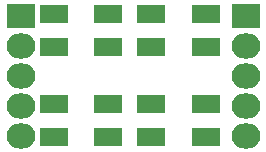
<source format=gbr>
G04 #@! TF.FileFunction,Soldermask,Top*
%FSLAX46Y46*%
G04 Gerber Fmt 4.6, Leading zero omitted, Abs format (unit mm)*
G04 Created by KiCad (PCBNEW (2015-08-28 BZR 6132, Git 156d5f5)-product) date 9/27/2015 8:45:32 PM*
%MOMM*%
G01*
G04 APERTURE LIST*
%ADD10C,0.100000*%
%ADD11R,2.350000X1.500000*%
%ADD12R,2.432000X2.127200*%
%ADD13O,2.432000X2.127200*%
G04 APERTURE END LIST*
D10*
D11*
X145843020Y-105504440D03*
X141220000Y-105504440D03*
X145843020Y-102704440D03*
X141243020Y-102704440D03*
X154098020Y-105504440D03*
X149475000Y-105504440D03*
X154098020Y-102704440D03*
X149498020Y-102704440D03*
X145843020Y-113124440D03*
X141220000Y-113124440D03*
X145843020Y-110324440D03*
X141243020Y-110324440D03*
X154098020Y-113124440D03*
X149475000Y-113124440D03*
X154098020Y-110324440D03*
X149498020Y-110324440D03*
D12*
X138430000Y-102870000D03*
D13*
X138430000Y-105410000D03*
X138430000Y-107950000D03*
X138430000Y-110490000D03*
X138430000Y-113030000D03*
D12*
X157480000Y-102870000D03*
D13*
X157480000Y-105410000D03*
X157480000Y-107950000D03*
X157480000Y-110490000D03*
X157480000Y-113030000D03*
M02*

</source>
